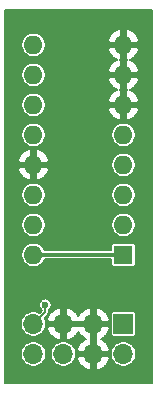
<source format=gbr>
G04 #@! TF.GenerationSoftware,KiCad,Pcbnew,(5.1.5-0-10_14)*
G04 #@! TF.CreationDate,2020-05-05T19:22:01-07:00*
G04 #@! TF.ProjectId,N64 CIC Breakout,4e363420-4349-4432-9042-7265616b6f75,rev?*
G04 #@! TF.SameCoordinates,Original*
G04 #@! TF.FileFunction,Copper,L2,Bot*
G04 #@! TF.FilePolarity,Positive*
%FSLAX46Y46*%
G04 Gerber Fmt 4.6, Leading zero omitted, Abs format (unit mm)*
G04 Created by KiCad (PCBNEW (5.1.5-0-10_14)) date 2020-05-05 19:22:01*
%MOMM*%
%LPD*%
G04 APERTURE LIST*
%ADD10O,1.700000X1.700000*%
%ADD11R,1.700000X1.700000*%
%ADD12O,1.600000X1.600000*%
%ADD13R,1.600000X1.600000*%
%ADD14C,0.600000*%
%ADD15C,0.304800*%
%ADD16C,0.152400*%
G04 APERTURE END LIST*
D10*
X144780000Y-124460000D03*
X144780000Y-121920000D03*
X147320000Y-124460000D03*
X147320000Y-121920000D03*
X149860000Y-124460000D03*
X149860000Y-121920000D03*
X152400000Y-124460000D03*
D11*
X152400000Y-121920000D03*
D12*
X144780000Y-116078000D03*
X152400000Y-98298000D03*
X144780000Y-113538000D03*
X152400000Y-100838000D03*
X144780000Y-110998000D03*
X152400000Y-103378000D03*
X144780000Y-108458000D03*
X152400000Y-105918000D03*
X144780000Y-105918000D03*
X152400000Y-108458000D03*
X144780000Y-103378000D03*
X152400000Y-110998000D03*
X144780000Y-100838000D03*
X152400000Y-113538000D03*
X144780000Y-98298000D03*
D13*
X152400000Y-116078000D03*
D14*
X145796000Y-120294400D03*
X149352000Y-119380000D03*
X149352000Y-118364000D03*
X147828000Y-119380000D03*
X147828000Y-118364000D03*
X153924000Y-98298000D03*
X153924000Y-100838000D03*
X153924000Y-103378000D03*
X143256000Y-108458000D03*
D15*
X144780000Y-116078000D02*
X152400000Y-116078000D01*
D16*
X145796000Y-120904000D02*
X145796000Y-120599200D01*
X145796000Y-120904000D02*
X144780000Y-121920000D01*
X145796000Y-120294400D02*
X145796000Y-120904000D01*
G36*
X154838801Y-126898800D02*
G01*
X142341200Y-126898800D01*
X142341200Y-124353767D01*
X143701400Y-124353767D01*
X143701400Y-124566233D01*
X143742850Y-124774616D01*
X143824157Y-124970909D01*
X143942197Y-125147567D01*
X144092433Y-125297803D01*
X144269091Y-125415843D01*
X144465384Y-125497150D01*
X144673767Y-125538600D01*
X144886233Y-125538600D01*
X145094616Y-125497150D01*
X145290909Y-125415843D01*
X145467567Y-125297803D01*
X145617803Y-125147567D01*
X145735843Y-124970909D01*
X145817150Y-124774616D01*
X145858600Y-124566233D01*
X145858600Y-124353767D01*
X146241400Y-124353767D01*
X146241400Y-124566233D01*
X146282850Y-124774616D01*
X146364157Y-124970909D01*
X146482197Y-125147567D01*
X146632433Y-125297803D01*
X146809091Y-125415843D01*
X147005384Y-125497150D01*
X147213767Y-125538600D01*
X147426233Y-125538600D01*
X147634616Y-125497150D01*
X147830909Y-125415843D01*
X148007567Y-125297803D01*
X148157803Y-125147567D01*
X148275843Y-124970909D01*
X148322511Y-124858240D01*
X148482192Y-124858240D01*
X148586359Y-125119385D01*
X148739471Y-125355190D01*
X148935645Y-125556594D01*
X149167341Y-125715856D01*
X149425656Y-125826856D01*
X149461761Y-125837801D01*
X149682200Y-125735820D01*
X149682200Y-124637800D01*
X150037800Y-124637800D01*
X150037800Y-125735820D01*
X150258239Y-125837801D01*
X150294344Y-125826856D01*
X150552659Y-125715856D01*
X150784355Y-125556594D01*
X150980529Y-125355190D01*
X151133641Y-125119385D01*
X151237808Y-124858240D01*
X151137093Y-124637800D01*
X150037800Y-124637800D01*
X149682200Y-124637800D01*
X148582907Y-124637800D01*
X148482192Y-124858240D01*
X148322511Y-124858240D01*
X148357150Y-124774616D01*
X148398600Y-124566233D01*
X148398600Y-124353767D01*
X151321400Y-124353767D01*
X151321400Y-124566233D01*
X151362850Y-124774616D01*
X151444157Y-124970909D01*
X151562197Y-125147567D01*
X151712433Y-125297803D01*
X151889091Y-125415843D01*
X152085384Y-125497150D01*
X152293767Y-125538600D01*
X152506233Y-125538600D01*
X152714616Y-125497150D01*
X152910909Y-125415843D01*
X153087567Y-125297803D01*
X153237803Y-125147567D01*
X153355843Y-124970909D01*
X153437150Y-124774616D01*
X153478600Y-124566233D01*
X153478600Y-124353767D01*
X153437150Y-124145384D01*
X153355843Y-123949091D01*
X153237803Y-123772433D01*
X153087567Y-123622197D01*
X152910909Y-123504157D01*
X152714616Y-123422850D01*
X152506233Y-123381400D01*
X152293767Y-123381400D01*
X152085384Y-123422850D01*
X151889091Y-123504157D01*
X151712433Y-123622197D01*
X151562197Y-123772433D01*
X151444157Y-123949091D01*
X151362850Y-124145384D01*
X151321400Y-124353767D01*
X148398600Y-124353767D01*
X148357150Y-124145384D01*
X148275843Y-123949091D01*
X148157803Y-123772433D01*
X148007567Y-123622197D01*
X147830909Y-123504157D01*
X147634616Y-123422850D01*
X147426233Y-123381400D01*
X147213767Y-123381400D01*
X147005384Y-123422850D01*
X146809091Y-123504157D01*
X146632433Y-123622197D01*
X146482197Y-123772433D01*
X146364157Y-123949091D01*
X146282850Y-124145384D01*
X146241400Y-124353767D01*
X145858600Y-124353767D01*
X145817150Y-124145384D01*
X145735843Y-123949091D01*
X145617803Y-123772433D01*
X145467567Y-123622197D01*
X145290909Y-123504157D01*
X145094616Y-123422850D01*
X144886233Y-123381400D01*
X144673767Y-123381400D01*
X144465384Y-123422850D01*
X144269091Y-123504157D01*
X144092433Y-123622197D01*
X143942197Y-123772433D01*
X143824157Y-123949091D01*
X143742850Y-124145384D01*
X143701400Y-124353767D01*
X142341200Y-124353767D01*
X142341200Y-121813767D01*
X143701400Y-121813767D01*
X143701400Y-122026233D01*
X143742850Y-122234616D01*
X143824157Y-122430909D01*
X143942197Y-122607567D01*
X144092433Y-122757803D01*
X144269091Y-122875843D01*
X144465384Y-122957150D01*
X144673767Y-122998600D01*
X144886233Y-122998600D01*
X145094616Y-122957150D01*
X145290909Y-122875843D01*
X145467567Y-122757803D01*
X145617803Y-122607567D01*
X145735843Y-122430909D01*
X145782511Y-122318240D01*
X145942192Y-122318240D01*
X146046359Y-122579385D01*
X146199471Y-122815190D01*
X146395645Y-123016594D01*
X146627341Y-123175856D01*
X146885656Y-123286856D01*
X146921761Y-123297801D01*
X147142200Y-123195820D01*
X147142200Y-122097800D01*
X147497800Y-122097800D01*
X147497800Y-123195820D01*
X147718239Y-123297801D01*
X147754344Y-123286856D01*
X148012659Y-123175856D01*
X148244355Y-123016594D01*
X148440529Y-122815190D01*
X148590000Y-122584992D01*
X148739471Y-122815190D01*
X148935645Y-123016594D01*
X149167341Y-123175856D01*
X149200256Y-123190000D01*
X149167341Y-123204144D01*
X148935645Y-123363406D01*
X148739471Y-123564810D01*
X148586359Y-123800615D01*
X148482192Y-124061760D01*
X148582907Y-124282200D01*
X149682200Y-124282200D01*
X149682200Y-122097800D01*
X150037800Y-122097800D01*
X150037800Y-124282200D01*
X151137093Y-124282200D01*
X151237808Y-124061760D01*
X151133641Y-123800615D01*
X150980529Y-123564810D01*
X150784355Y-123363406D01*
X150552659Y-123204144D01*
X150519744Y-123190000D01*
X150552659Y-123175856D01*
X150784355Y-123016594D01*
X150980529Y-122815190D01*
X151133641Y-122579385D01*
X151237808Y-122318240D01*
X151137093Y-122097800D01*
X150037800Y-122097800D01*
X149682200Y-122097800D01*
X147497800Y-122097800D01*
X147142200Y-122097800D01*
X146042907Y-122097800D01*
X145942192Y-122318240D01*
X145782511Y-122318240D01*
X145817150Y-122234616D01*
X145858600Y-122026233D01*
X145858600Y-121813767D01*
X145817150Y-121605384D01*
X145782512Y-121521760D01*
X145942192Y-121521760D01*
X146042907Y-121742200D01*
X147142200Y-121742200D01*
X147142200Y-120644180D01*
X147497800Y-120644180D01*
X147497800Y-121742200D01*
X149682200Y-121742200D01*
X149682200Y-120644180D01*
X150037800Y-120644180D01*
X150037800Y-121742200D01*
X151137093Y-121742200D01*
X151237808Y-121521760D01*
X151133641Y-121260615D01*
X151009872Y-121070000D01*
X151320294Y-121070000D01*
X151320294Y-122770000D01*
X151324708Y-122814813D01*
X151337779Y-122857905D01*
X151359006Y-122897618D01*
X151387573Y-122932427D01*
X151422382Y-122960994D01*
X151462095Y-122982221D01*
X151505187Y-122995292D01*
X151550000Y-122999706D01*
X153250000Y-122999706D01*
X153294813Y-122995292D01*
X153337905Y-122982221D01*
X153377618Y-122960994D01*
X153412427Y-122932427D01*
X153440994Y-122897618D01*
X153462221Y-122857905D01*
X153475292Y-122814813D01*
X153479706Y-122770000D01*
X153479706Y-121070000D01*
X153475292Y-121025187D01*
X153462221Y-120982095D01*
X153440994Y-120942382D01*
X153412427Y-120907573D01*
X153377618Y-120879006D01*
X153337905Y-120857779D01*
X153294813Y-120844708D01*
X153250000Y-120840294D01*
X151550000Y-120840294D01*
X151505187Y-120844708D01*
X151462095Y-120857779D01*
X151422382Y-120879006D01*
X151387573Y-120907573D01*
X151359006Y-120942382D01*
X151337779Y-120982095D01*
X151324708Y-121025187D01*
X151320294Y-121070000D01*
X151009872Y-121070000D01*
X150980529Y-121024810D01*
X150784355Y-120823406D01*
X150552659Y-120664144D01*
X150294344Y-120553144D01*
X150258239Y-120542199D01*
X150037800Y-120644180D01*
X149682200Y-120644180D01*
X149461761Y-120542199D01*
X149425656Y-120553144D01*
X149167341Y-120664144D01*
X148935645Y-120823406D01*
X148739471Y-121024810D01*
X148590000Y-121255008D01*
X148440529Y-121024810D01*
X148244355Y-120823406D01*
X148012659Y-120664144D01*
X147754344Y-120553144D01*
X147718239Y-120542199D01*
X147497800Y-120644180D01*
X147142200Y-120644180D01*
X146921761Y-120542199D01*
X146885656Y-120553144D01*
X146627341Y-120664144D01*
X146395645Y-120823406D01*
X146199471Y-121024810D01*
X146046359Y-121260615D01*
X145942192Y-121521760D01*
X145782512Y-121521760D01*
X145735843Y-121409091D01*
X145730283Y-121400769D01*
X146000944Y-121130108D01*
X146012568Y-121120568D01*
X146050658Y-121074157D01*
X146078960Y-121021206D01*
X146078960Y-121021205D01*
X146096389Y-120963752D01*
X146096897Y-120958597D01*
X146100800Y-120918966D01*
X146100800Y-120918958D01*
X146102273Y-120904000D01*
X146100800Y-120889042D01*
X146100800Y-120726482D01*
X146132963Y-120704991D01*
X146206591Y-120631363D01*
X146264440Y-120544786D01*
X146304287Y-120448587D01*
X146324600Y-120346463D01*
X146324600Y-120242337D01*
X146304287Y-120140213D01*
X146264440Y-120044014D01*
X146206591Y-119957437D01*
X146132963Y-119883809D01*
X146046386Y-119825960D01*
X145950187Y-119786113D01*
X145848063Y-119765800D01*
X145743937Y-119765800D01*
X145641813Y-119786113D01*
X145545614Y-119825960D01*
X145459037Y-119883809D01*
X145385409Y-119957437D01*
X145327560Y-120044014D01*
X145287713Y-120140213D01*
X145267400Y-120242337D01*
X145267400Y-120346463D01*
X145287713Y-120448587D01*
X145327560Y-120544786D01*
X145385409Y-120631363D01*
X145459037Y-120704991D01*
X145491200Y-120726482D01*
X145491200Y-120777748D01*
X145299231Y-120969717D01*
X145290909Y-120964157D01*
X145094616Y-120882850D01*
X144886233Y-120841400D01*
X144673767Y-120841400D01*
X144465384Y-120882850D01*
X144269091Y-120964157D01*
X144092433Y-121082197D01*
X143942197Y-121232433D01*
X143824157Y-121409091D01*
X143742850Y-121605384D01*
X143701400Y-121813767D01*
X142341200Y-121813767D01*
X142341200Y-115976692D01*
X143751400Y-115976692D01*
X143751400Y-116179308D01*
X143790928Y-116378032D01*
X143868466Y-116565225D01*
X143981034Y-116733694D01*
X144124306Y-116876966D01*
X144292775Y-116989534D01*
X144479968Y-117067072D01*
X144678692Y-117106600D01*
X144881308Y-117106600D01*
X145080032Y-117067072D01*
X145267225Y-116989534D01*
X145435694Y-116876966D01*
X145578966Y-116733694D01*
X145691534Y-116565225D01*
X145735534Y-116459000D01*
X151370294Y-116459000D01*
X151370294Y-116878000D01*
X151374708Y-116922813D01*
X151387779Y-116965905D01*
X151409006Y-117005618D01*
X151437573Y-117040427D01*
X151472382Y-117068994D01*
X151512095Y-117090221D01*
X151555187Y-117103292D01*
X151600000Y-117107706D01*
X153200000Y-117107706D01*
X153244813Y-117103292D01*
X153287905Y-117090221D01*
X153327618Y-117068994D01*
X153362427Y-117040427D01*
X153390994Y-117005618D01*
X153412221Y-116965905D01*
X153425292Y-116922813D01*
X153429706Y-116878000D01*
X153429706Y-115278000D01*
X153425292Y-115233187D01*
X153412221Y-115190095D01*
X153390994Y-115150382D01*
X153362427Y-115115573D01*
X153327618Y-115087006D01*
X153287905Y-115065779D01*
X153244813Y-115052708D01*
X153200000Y-115048294D01*
X151600000Y-115048294D01*
X151555187Y-115052708D01*
X151512095Y-115065779D01*
X151472382Y-115087006D01*
X151437573Y-115115573D01*
X151409006Y-115150382D01*
X151387779Y-115190095D01*
X151374708Y-115233187D01*
X151370294Y-115278000D01*
X151370294Y-115697000D01*
X145735534Y-115697000D01*
X145691534Y-115590775D01*
X145578966Y-115422306D01*
X145435694Y-115279034D01*
X145267225Y-115166466D01*
X145080032Y-115088928D01*
X144881308Y-115049400D01*
X144678692Y-115049400D01*
X144479968Y-115088928D01*
X144292775Y-115166466D01*
X144124306Y-115279034D01*
X143981034Y-115422306D01*
X143868466Y-115590775D01*
X143790928Y-115777968D01*
X143751400Y-115976692D01*
X142341200Y-115976692D01*
X142341200Y-113436692D01*
X143751400Y-113436692D01*
X143751400Y-113639308D01*
X143790928Y-113838032D01*
X143868466Y-114025225D01*
X143981034Y-114193694D01*
X144124306Y-114336966D01*
X144292775Y-114449534D01*
X144479968Y-114527072D01*
X144678692Y-114566600D01*
X144881308Y-114566600D01*
X145080032Y-114527072D01*
X145267225Y-114449534D01*
X145435694Y-114336966D01*
X145578966Y-114193694D01*
X145691534Y-114025225D01*
X145769072Y-113838032D01*
X145808600Y-113639308D01*
X145808600Y-113436692D01*
X151371400Y-113436692D01*
X151371400Y-113639308D01*
X151410928Y-113838032D01*
X151488466Y-114025225D01*
X151601034Y-114193694D01*
X151744306Y-114336966D01*
X151912775Y-114449534D01*
X152099968Y-114527072D01*
X152298692Y-114566600D01*
X152501308Y-114566600D01*
X152700032Y-114527072D01*
X152887225Y-114449534D01*
X153055694Y-114336966D01*
X153198966Y-114193694D01*
X153311534Y-114025225D01*
X153389072Y-113838032D01*
X153428600Y-113639308D01*
X153428600Y-113436692D01*
X153389072Y-113237968D01*
X153311534Y-113050775D01*
X153198966Y-112882306D01*
X153055694Y-112739034D01*
X152887225Y-112626466D01*
X152700032Y-112548928D01*
X152501308Y-112509400D01*
X152298692Y-112509400D01*
X152099968Y-112548928D01*
X151912775Y-112626466D01*
X151744306Y-112739034D01*
X151601034Y-112882306D01*
X151488466Y-113050775D01*
X151410928Y-113237968D01*
X151371400Y-113436692D01*
X145808600Y-113436692D01*
X145769072Y-113237968D01*
X145691534Y-113050775D01*
X145578966Y-112882306D01*
X145435694Y-112739034D01*
X145267225Y-112626466D01*
X145080032Y-112548928D01*
X144881308Y-112509400D01*
X144678692Y-112509400D01*
X144479968Y-112548928D01*
X144292775Y-112626466D01*
X144124306Y-112739034D01*
X143981034Y-112882306D01*
X143868466Y-113050775D01*
X143790928Y-113237968D01*
X143751400Y-113436692D01*
X142341200Y-113436692D01*
X142341200Y-110896692D01*
X143751400Y-110896692D01*
X143751400Y-111099308D01*
X143790928Y-111298032D01*
X143868466Y-111485225D01*
X143981034Y-111653694D01*
X144124306Y-111796966D01*
X144292775Y-111909534D01*
X144479968Y-111987072D01*
X144678692Y-112026600D01*
X144881308Y-112026600D01*
X145080032Y-111987072D01*
X145267225Y-111909534D01*
X145435694Y-111796966D01*
X145578966Y-111653694D01*
X145691534Y-111485225D01*
X145769072Y-111298032D01*
X145808600Y-111099308D01*
X145808600Y-110896692D01*
X151371400Y-110896692D01*
X151371400Y-111099308D01*
X151410928Y-111298032D01*
X151488466Y-111485225D01*
X151601034Y-111653694D01*
X151744306Y-111796966D01*
X151912775Y-111909534D01*
X152099968Y-111987072D01*
X152298692Y-112026600D01*
X152501308Y-112026600D01*
X152700032Y-111987072D01*
X152887225Y-111909534D01*
X153055694Y-111796966D01*
X153198966Y-111653694D01*
X153311534Y-111485225D01*
X153389072Y-111298032D01*
X153428600Y-111099308D01*
X153428600Y-110896692D01*
X153389072Y-110697968D01*
X153311534Y-110510775D01*
X153198966Y-110342306D01*
X153055694Y-110199034D01*
X152887225Y-110086466D01*
X152700032Y-110008928D01*
X152501308Y-109969400D01*
X152298692Y-109969400D01*
X152099968Y-110008928D01*
X151912775Y-110086466D01*
X151744306Y-110199034D01*
X151601034Y-110342306D01*
X151488466Y-110510775D01*
X151410928Y-110697968D01*
X151371400Y-110896692D01*
X145808600Y-110896692D01*
X145769072Y-110697968D01*
X145691534Y-110510775D01*
X145578966Y-110342306D01*
X145435694Y-110199034D01*
X145267225Y-110086466D01*
X145080032Y-110008928D01*
X144881308Y-109969400D01*
X144678692Y-109969400D01*
X144479968Y-110008928D01*
X144292775Y-110086466D01*
X144124306Y-110199034D01*
X143981034Y-110342306D01*
X143868466Y-110510775D01*
X143790928Y-110697968D01*
X143751400Y-110896692D01*
X142341200Y-110896692D01*
X142341200Y-108848354D01*
X143451982Y-108848354D01*
X143458917Y-108871244D01*
X143564921Y-109121034D01*
X143717620Y-109345344D01*
X143911146Y-109535554D01*
X144138061Y-109684354D01*
X144389645Y-109786026D01*
X144602200Y-109684691D01*
X144602200Y-108635800D01*
X144957800Y-108635800D01*
X144957800Y-109684691D01*
X145170355Y-109786026D01*
X145421939Y-109684354D01*
X145648854Y-109535554D01*
X145842380Y-109345344D01*
X145995079Y-109121034D01*
X146101083Y-108871244D01*
X146108018Y-108848354D01*
X146005317Y-108635800D01*
X144957800Y-108635800D01*
X144602200Y-108635800D01*
X143554683Y-108635800D01*
X143451982Y-108848354D01*
X142341200Y-108848354D01*
X142341200Y-108356692D01*
X151371400Y-108356692D01*
X151371400Y-108559308D01*
X151410928Y-108758032D01*
X151488466Y-108945225D01*
X151601034Y-109113694D01*
X151744306Y-109256966D01*
X151912775Y-109369534D01*
X152099968Y-109447072D01*
X152298692Y-109486600D01*
X152501308Y-109486600D01*
X152700032Y-109447072D01*
X152887225Y-109369534D01*
X153055694Y-109256966D01*
X153198966Y-109113694D01*
X153311534Y-108945225D01*
X153389072Y-108758032D01*
X153428600Y-108559308D01*
X153428600Y-108356692D01*
X153389072Y-108157968D01*
X153311534Y-107970775D01*
X153198966Y-107802306D01*
X153055694Y-107659034D01*
X152887225Y-107546466D01*
X152700032Y-107468928D01*
X152501308Y-107429400D01*
X152298692Y-107429400D01*
X152099968Y-107468928D01*
X151912775Y-107546466D01*
X151744306Y-107659034D01*
X151601034Y-107802306D01*
X151488466Y-107970775D01*
X151410928Y-108157968D01*
X151371400Y-108356692D01*
X142341200Y-108356692D01*
X142341200Y-108067646D01*
X143451982Y-108067646D01*
X143554683Y-108280200D01*
X144602200Y-108280200D01*
X144602200Y-107231309D01*
X144957800Y-107231309D01*
X144957800Y-108280200D01*
X146005317Y-108280200D01*
X146108018Y-108067646D01*
X146101083Y-108044756D01*
X145995079Y-107794966D01*
X145842380Y-107570656D01*
X145648854Y-107380446D01*
X145421939Y-107231646D01*
X145170355Y-107129974D01*
X144957800Y-107231309D01*
X144602200Y-107231309D01*
X144389645Y-107129974D01*
X144138061Y-107231646D01*
X143911146Y-107380446D01*
X143717620Y-107570656D01*
X143564921Y-107794966D01*
X143458917Y-108044756D01*
X143451982Y-108067646D01*
X142341200Y-108067646D01*
X142341200Y-105816692D01*
X143751400Y-105816692D01*
X143751400Y-106019308D01*
X143790928Y-106218032D01*
X143868466Y-106405225D01*
X143981034Y-106573694D01*
X144124306Y-106716966D01*
X144292775Y-106829534D01*
X144479968Y-106907072D01*
X144678692Y-106946600D01*
X144881308Y-106946600D01*
X145080032Y-106907072D01*
X145267225Y-106829534D01*
X145435694Y-106716966D01*
X145578966Y-106573694D01*
X145691534Y-106405225D01*
X145769072Y-106218032D01*
X145808600Y-106019308D01*
X145808600Y-105816692D01*
X151371400Y-105816692D01*
X151371400Y-106019308D01*
X151410928Y-106218032D01*
X151488466Y-106405225D01*
X151601034Y-106573694D01*
X151744306Y-106716966D01*
X151912775Y-106829534D01*
X152099968Y-106907072D01*
X152298692Y-106946600D01*
X152501308Y-106946600D01*
X152700032Y-106907072D01*
X152887225Y-106829534D01*
X153055694Y-106716966D01*
X153198966Y-106573694D01*
X153311534Y-106405225D01*
X153389072Y-106218032D01*
X153428600Y-106019308D01*
X153428600Y-105816692D01*
X153389072Y-105617968D01*
X153311534Y-105430775D01*
X153198966Y-105262306D01*
X153055694Y-105119034D01*
X152887225Y-105006466D01*
X152700032Y-104928928D01*
X152501308Y-104889400D01*
X152298692Y-104889400D01*
X152099968Y-104928928D01*
X151912775Y-105006466D01*
X151744306Y-105119034D01*
X151601034Y-105262306D01*
X151488466Y-105430775D01*
X151410928Y-105617968D01*
X151371400Y-105816692D01*
X145808600Y-105816692D01*
X145769072Y-105617968D01*
X145691534Y-105430775D01*
X145578966Y-105262306D01*
X145435694Y-105119034D01*
X145267225Y-105006466D01*
X145080032Y-104928928D01*
X144881308Y-104889400D01*
X144678692Y-104889400D01*
X144479968Y-104928928D01*
X144292775Y-105006466D01*
X144124306Y-105119034D01*
X143981034Y-105262306D01*
X143868466Y-105430775D01*
X143790928Y-105617968D01*
X143751400Y-105816692D01*
X142341200Y-105816692D01*
X142341200Y-103276692D01*
X143751400Y-103276692D01*
X143751400Y-103479308D01*
X143790928Y-103678032D01*
X143868466Y-103865225D01*
X143981034Y-104033694D01*
X144124306Y-104176966D01*
X144292775Y-104289534D01*
X144479968Y-104367072D01*
X144678692Y-104406600D01*
X144881308Y-104406600D01*
X145080032Y-104367072D01*
X145267225Y-104289534D01*
X145435694Y-104176966D01*
X145578966Y-104033694D01*
X145691534Y-103865225D01*
X145731659Y-103768354D01*
X151071982Y-103768354D01*
X151078917Y-103791244D01*
X151184921Y-104041034D01*
X151337620Y-104265344D01*
X151531146Y-104455554D01*
X151758061Y-104604354D01*
X152009645Y-104706026D01*
X152222200Y-104604691D01*
X152222200Y-103555800D01*
X152577800Y-103555800D01*
X152577800Y-104604691D01*
X152790355Y-104706026D01*
X153041939Y-104604354D01*
X153268854Y-104455554D01*
X153462380Y-104265344D01*
X153615079Y-104041034D01*
X153721083Y-103791244D01*
X153728018Y-103768354D01*
X153625317Y-103555800D01*
X152577800Y-103555800D01*
X152222200Y-103555800D01*
X151174683Y-103555800D01*
X151071982Y-103768354D01*
X145731659Y-103768354D01*
X145769072Y-103678032D01*
X145808600Y-103479308D01*
X145808600Y-103276692D01*
X145769072Y-103077968D01*
X145691534Y-102890775D01*
X145578966Y-102722306D01*
X145435694Y-102579034D01*
X145267225Y-102466466D01*
X145080032Y-102388928D01*
X144881308Y-102349400D01*
X144678692Y-102349400D01*
X144479968Y-102388928D01*
X144292775Y-102466466D01*
X144124306Y-102579034D01*
X143981034Y-102722306D01*
X143868466Y-102890775D01*
X143790928Y-103077968D01*
X143751400Y-103276692D01*
X142341200Y-103276692D01*
X142341200Y-100736692D01*
X143751400Y-100736692D01*
X143751400Y-100939308D01*
X143790928Y-101138032D01*
X143868466Y-101325225D01*
X143981034Y-101493694D01*
X144124306Y-101636966D01*
X144292775Y-101749534D01*
X144479968Y-101827072D01*
X144678692Y-101866600D01*
X144881308Y-101866600D01*
X145080032Y-101827072D01*
X145267225Y-101749534D01*
X145435694Y-101636966D01*
X145578966Y-101493694D01*
X145691534Y-101325225D01*
X145731659Y-101228354D01*
X151071982Y-101228354D01*
X151078917Y-101251244D01*
X151184921Y-101501034D01*
X151337620Y-101725344D01*
X151531146Y-101915554D01*
X151758061Y-102064354D01*
X151866062Y-102108000D01*
X151758061Y-102151646D01*
X151531146Y-102300446D01*
X151337620Y-102490656D01*
X151184921Y-102714966D01*
X151078917Y-102964756D01*
X151071982Y-102987646D01*
X151174683Y-103200200D01*
X152222200Y-103200200D01*
X152222200Y-102151309D01*
X152131357Y-102108000D01*
X152222200Y-102064691D01*
X152222200Y-101015800D01*
X152577800Y-101015800D01*
X152577800Y-102064691D01*
X152668643Y-102108000D01*
X152577800Y-102151309D01*
X152577800Y-103200200D01*
X153625317Y-103200200D01*
X153728018Y-102987646D01*
X153721083Y-102964756D01*
X153615079Y-102714966D01*
X153462380Y-102490656D01*
X153268854Y-102300446D01*
X153041939Y-102151646D01*
X152933938Y-102108000D01*
X153041939Y-102064354D01*
X153268854Y-101915554D01*
X153462380Y-101725344D01*
X153615079Y-101501034D01*
X153721083Y-101251244D01*
X153728018Y-101228354D01*
X153625317Y-101015800D01*
X152577800Y-101015800D01*
X152222200Y-101015800D01*
X151174683Y-101015800D01*
X151071982Y-101228354D01*
X145731659Y-101228354D01*
X145769072Y-101138032D01*
X145808600Y-100939308D01*
X145808600Y-100736692D01*
X145769072Y-100537968D01*
X145691534Y-100350775D01*
X145578966Y-100182306D01*
X145435694Y-100039034D01*
X145267225Y-99926466D01*
X145080032Y-99848928D01*
X144881308Y-99809400D01*
X144678692Y-99809400D01*
X144479968Y-99848928D01*
X144292775Y-99926466D01*
X144124306Y-100039034D01*
X143981034Y-100182306D01*
X143868466Y-100350775D01*
X143790928Y-100537968D01*
X143751400Y-100736692D01*
X142341200Y-100736692D01*
X142341200Y-98196692D01*
X143751400Y-98196692D01*
X143751400Y-98399308D01*
X143790928Y-98598032D01*
X143868466Y-98785225D01*
X143981034Y-98953694D01*
X144124306Y-99096966D01*
X144292775Y-99209534D01*
X144479968Y-99287072D01*
X144678692Y-99326600D01*
X144881308Y-99326600D01*
X145080032Y-99287072D01*
X145267225Y-99209534D01*
X145435694Y-99096966D01*
X145578966Y-98953694D01*
X145691534Y-98785225D01*
X145731659Y-98688354D01*
X151071982Y-98688354D01*
X151078917Y-98711244D01*
X151184921Y-98961034D01*
X151337620Y-99185344D01*
X151531146Y-99375554D01*
X151758061Y-99524354D01*
X151866062Y-99568000D01*
X151758061Y-99611646D01*
X151531146Y-99760446D01*
X151337620Y-99950656D01*
X151184921Y-100174966D01*
X151078917Y-100424756D01*
X151071982Y-100447646D01*
X151174683Y-100660200D01*
X152222200Y-100660200D01*
X152222200Y-99611309D01*
X152131357Y-99568000D01*
X152222200Y-99524691D01*
X152222200Y-98475800D01*
X152577800Y-98475800D01*
X152577800Y-99524691D01*
X152668643Y-99568000D01*
X152577800Y-99611309D01*
X152577800Y-100660200D01*
X153625317Y-100660200D01*
X153728018Y-100447646D01*
X153721083Y-100424756D01*
X153615079Y-100174966D01*
X153462380Y-99950656D01*
X153268854Y-99760446D01*
X153041939Y-99611646D01*
X152933938Y-99568000D01*
X153041939Y-99524354D01*
X153268854Y-99375554D01*
X153462380Y-99185344D01*
X153615079Y-98961034D01*
X153721083Y-98711244D01*
X153728018Y-98688354D01*
X153625317Y-98475800D01*
X152577800Y-98475800D01*
X152222200Y-98475800D01*
X151174683Y-98475800D01*
X151071982Y-98688354D01*
X145731659Y-98688354D01*
X145769072Y-98598032D01*
X145808600Y-98399308D01*
X145808600Y-98196692D01*
X145769072Y-97997968D01*
X145731660Y-97907646D01*
X151071982Y-97907646D01*
X151174683Y-98120200D01*
X152222200Y-98120200D01*
X152222200Y-97071309D01*
X152577800Y-97071309D01*
X152577800Y-98120200D01*
X153625317Y-98120200D01*
X153728018Y-97907646D01*
X153721083Y-97884756D01*
X153615079Y-97634966D01*
X153462380Y-97410656D01*
X153268854Y-97220446D01*
X153041939Y-97071646D01*
X152790355Y-96969974D01*
X152577800Y-97071309D01*
X152222200Y-97071309D01*
X152009645Y-96969974D01*
X151758061Y-97071646D01*
X151531146Y-97220446D01*
X151337620Y-97410656D01*
X151184921Y-97634966D01*
X151078917Y-97884756D01*
X151071982Y-97907646D01*
X145731660Y-97907646D01*
X145691534Y-97810775D01*
X145578966Y-97642306D01*
X145435694Y-97499034D01*
X145267225Y-97386466D01*
X145080032Y-97308928D01*
X144881308Y-97269400D01*
X144678692Y-97269400D01*
X144479968Y-97308928D01*
X144292775Y-97386466D01*
X144124306Y-97499034D01*
X143981034Y-97642306D01*
X143868466Y-97810775D01*
X143790928Y-97997968D01*
X143751400Y-98196692D01*
X142341200Y-98196692D01*
X142341200Y-95351200D01*
X154838800Y-95351200D01*
X154838801Y-126898800D01*
G37*
X154838801Y-126898800D02*
X142341200Y-126898800D01*
X142341200Y-124353767D01*
X143701400Y-124353767D01*
X143701400Y-124566233D01*
X143742850Y-124774616D01*
X143824157Y-124970909D01*
X143942197Y-125147567D01*
X144092433Y-125297803D01*
X144269091Y-125415843D01*
X144465384Y-125497150D01*
X144673767Y-125538600D01*
X144886233Y-125538600D01*
X145094616Y-125497150D01*
X145290909Y-125415843D01*
X145467567Y-125297803D01*
X145617803Y-125147567D01*
X145735843Y-124970909D01*
X145817150Y-124774616D01*
X145858600Y-124566233D01*
X145858600Y-124353767D01*
X146241400Y-124353767D01*
X146241400Y-124566233D01*
X146282850Y-124774616D01*
X146364157Y-124970909D01*
X146482197Y-125147567D01*
X146632433Y-125297803D01*
X146809091Y-125415843D01*
X147005384Y-125497150D01*
X147213767Y-125538600D01*
X147426233Y-125538600D01*
X147634616Y-125497150D01*
X147830909Y-125415843D01*
X148007567Y-125297803D01*
X148157803Y-125147567D01*
X148275843Y-124970909D01*
X148322511Y-124858240D01*
X148482192Y-124858240D01*
X148586359Y-125119385D01*
X148739471Y-125355190D01*
X148935645Y-125556594D01*
X149167341Y-125715856D01*
X149425656Y-125826856D01*
X149461761Y-125837801D01*
X149682200Y-125735820D01*
X149682200Y-124637800D01*
X150037800Y-124637800D01*
X150037800Y-125735820D01*
X150258239Y-125837801D01*
X150294344Y-125826856D01*
X150552659Y-125715856D01*
X150784355Y-125556594D01*
X150980529Y-125355190D01*
X151133641Y-125119385D01*
X151237808Y-124858240D01*
X151137093Y-124637800D01*
X150037800Y-124637800D01*
X149682200Y-124637800D01*
X148582907Y-124637800D01*
X148482192Y-124858240D01*
X148322511Y-124858240D01*
X148357150Y-124774616D01*
X148398600Y-124566233D01*
X148398600Y-124353767D01*
X151321400Y-124353767D01*
X151321400Y-124566233D01*
X151362850Y-124774616D01*
X151444157Y-124970909D01*
X151562197Y-125147567D01*
X151712433Y-125297803D01*
X151889091Y-125415843D01*
X152085384Y-125497150D01*
X152293767Y-125538600D01*
X152506233Y-125538600D01*
X152714616Y-125497150D01*
X152910909Y-125415843D01*
X153087567Y-125297803D01*
X153237803Y-125147567D01*
X153355843Y-124970909D01*
X153437150Y-124774616D01*
X153478600Y-124566233D01*
X153478600Y-124353767D01*
X153437150Y-124145384D01*
X153355843Y-123949091D01*
X153237803Y-123772433D01*
X153087567Y-123622197D01*
X152910909Y-123504157D01*
X152714616Y-123422850D01*
X152506233Y-123381400D01*
X152293767Y-123381400D01*
X152085384Y-123422850D01*
X151889091Y-123504157D01*
X151712433Y-123622197D01*
X151562197Y-123772433D01*
X151444157Y-123949091D01*
X151362850Y-124145384D01*
X151321400Y-124353767D01*
X148398600Y-124353767D01*
X148357150Y-124145384D01*
X148275843Y-123949091D01*
X148157803Y-123772433D01*
X148007567Y-123622197D01*
X147830909Y-123504157D01*
X147634616Y-123422850D01*
X147426233Y-123381400D01*
X147213767Y-123381400D01*
X147005384Y-123422850D01*
X146809091Y-123504157D01*
X146632433Y-123622197D01*
X146482197Y-123772433D01*
X146364157Y-123949091D01*
X146282850Y-124145384D01*
X146241400Y-124353767D01*
X145858600Y-124353767D01*
X145817150Y-124145384D01*
X145735843Y-123949091D01*
X145617803Y-123772433D01*
X145467567Y-123622197D01*
X145290909Y-123504157D01*
X145094616Y-123422850D01*
X144886233Y-123381400D01*
X144673767Y-123381400D01*
X144465384Y-123422850D01*
X144269091Y-123504157D01*
X144092433Y-123622197D01*
X143942197Y-123772433D01*
X143824157Y-123949091D01*
X143742850Y-124145384D01*
X143701400Y-124353767D01*
X142341200Y-124353767D01*
X142341200Y-121813767D01*
X143701400Y-121813767D01*
X143701400Y-122026233D01*
X143742850Y-122234616D01*
X143824157Y-122430909D01*
X143942197Y-122607567D01*
X144092433Y-122757803D01*
X144269091Y-122875843D01*
X144465384Y-122957150D01*
X144673767Y-122998600D01*
X144886233Y-122998600D01*
X145094616Y-122957150D01*
X145290909Y-122875843D01*
X145467567Y-122757803D01*
X145617803Y-122607567D01*
X145735843Y-122430909D01*
X145782511Y-122318240D01*
X145942192Y-122318240D01*
X146046359Y-122579385D01*
X146199471Y-122815190D01*
X146395645Y-123016594D01*
X146627341Y-123175856D01*
X146885656Y-123286856D01*
X146921761Y-123297801D01*
X147142200Y-123195820D01*
X147142200Y-122097800D01*
X147497800Y-122097800D01*
X147497800Y-123195820D01*
X147718239Y-123297801D01*
X147754344Y-123286856D01*
X148012659Y-123175856D01*
X148244355Y-123016594D01*
X148440529Y-122815190D01*
X148590000Y-122584992D01*
X148739471Y-122815190D01*
X148935645Y-123016594D01*
X149167341Y-123175856D01*
X149200256Y-123190000D01*
X149167341Y-123204144D01*
X148935645Y-123363406D01*
X148739471Y-123564810D01*
X148586359Y-123800615D01*
X148482192Y-124061760D01*
X148582907Y-124282200D01*
X149682200Y-124282200D01*
X149682200Y-122097800D01*
X150037800Y-122097800D01*
X150037800Y-124282200D01*
X151137093Y-124282200D01*
X151237808Y-124061760D01*
X151133641Y-123800615D01*
X150980529Y-123564810D01*
X150784355Y-123363406D01*
X150552659Y-123204144D01*
X150519744Y-123190000D01*
X150552659Y-123175856D01*
X150784355Y-123016594D01*
X150980529Y-122815190D01*
X151133641Y-122579385D01*
X151237808Y-122318240D01*
X151137093Y-122097800D01*
X150037800Y-122097800D01*
X149682200Y-122097800D01*
X147497800Y-122097800D01*
X147142200Y-122097800D01*
X146042907Y-122097800D01*
X145942192Y-122318240D01*
X145782511Y-122318240D01*
X145817150Y-122234616D01*
X145858600Y-122026233D01*
X145858600Y-121813767D01*
X145817150Y-121605384D01*
X145782512Y-121521760D01*
X145942192Y-121521760D01*
X146042907Y-121742200D01*
X147142200Y-121742200D01*
X147142200Y-120644180D01*
X147497800Y-120644180D01*
X147497800Y-121742200D01*
X149682200Y-121742200D01*
X149682200Y-120644180D01*
X150037800Y-120644180D01*
X150037800Y-121742200D01*
X151137093Y-121742200D01*
X151237808Y-121521760D01*
X151133641Y-121260615D01*
X151009872Y-121070000D01*
X151320294Y-121070000D01*
X151320294Y-122770000D01*
X151324708Y-122814813D01*
X151337779Y-122857905D01*
X151359006Y-122897618D01*
X151387573Y-122932427D01*
X151422382Y-122960994D01*
X151462095Y-122982221D01*
X151505187Y-122995292D01*
X151550000Y-122999706D01*
X153250000Y-122999706D01*
X153294813Y-122995292D01*
X153337905Y-122982221D01*
X153377618Y-122960994D01*
X153412427Y-122932427D01*
X153440994Y-122897618D01*
X153462221Y-122857905D01*
X153475292Y-122814813D01*
X153479706Y-122770000D01*
X153479706Y-121070000D01*
X153475292Y-121025187D01*
X153462221Y-120982095D01*
X153440994Y-120942382D01*
X153412427Y-120907573D01*
X153377618Y-120879006D01*
X153337905Y-120857779D01*
X153294813Y-120844708D01*
X153250000Y-120840294D01*
X151550000Y-120840294D01*
X151505187Y-120844708D01*
X151462095Y-120857779D01*
X151422382Y-120879006D01*
X151387573Y-120907573D01*
X151359006Y-120942382D01*
X151337779Y-120982095D01*
X151324708Y-121025187D01*
X151320294Y-121070000D01*
X151009872Y-121070000D01*
X150980529Y-121024810D01*
X150784355Y-120823406D01*
X150552659Y-120664144D01*
X150294344Y-120553144D01*
X150258239Y-120542199D01*
X150037800Y-120644180D01*
X149682200Y-120644180D01*
X149461761Y-120542199D01*
X149425656Y-120553144D01*
X149167341Y-120664144D01*
X148935645Y-120823406D01*
X148739471Y-121024810D01*
X148590000Y-121255008D01*
X148440529Y-121024810D01*
X148244355Y-120823406D01*
X148012659Y-120664144D01*
X147754344Y-120553144D01*
X147718239Y-120542199D01*
X147497800Y-120644180D01*
X147142200Y-120644180D01*
X146921761Y-120542199D01*
X146885656Y-120553144D01*
X146627341Y-120664144D01*
X146395645Y-120823406D01*
X146199471Y-121024810D01*
X146046359Y-121260615D01*
X145942192Y-121521760D01*
X145782512Y-121521760D01*
X145735843Y-121409091D01*
X145730283Y-121400769D01*
X146000944Y-121130108D01*
X146012568Y-121120568D01*
X146050658Y-121074157D01*
X146078960Y-121021206D01*
X146078960Y-121021205D01*
X146096389Y-120963752D01*
X146096897Y-120958597D01*
X146100800Y-120918966D01*
X146100800Y-120918958D01*
X146102273Y-120904000D01*
X146100800Y-120889042D01*
X146100800Y-120726482D01*
X146132963Y-120704991D01*
X146206591Y-120631363D01*
X146264440Y-120544786D01*
X146304287Y-120448587D01*
X146324600Y-120346463D01*
X146324600Y-120242337D01*
X146304287Y-120140213D01*
X146264440Y-120044014D01*
X146206591Y-119957437D01*
X146132963Y-119883809D01*
X146046386Y-119825960D01*
X145950187Y-119786113D01*
X145848063Y-119765800D01*
X145743937Y-119765800D01*
X145641813Y-119786113D01*
X145545614Y-119825960D01*
X145459037Y-119883809D01*
X145385409Y-119957437D01*
X145327560Y-120044014D01*
X145287713Y-120140213D01*
X145267400Y-120242337D01*
X145267400Y-120346463D01*
X145287713Y-120448587D01*
X145327560Y-120544786D01*
X145385409Y-120631363D01*
X145459037Y-120704991D01*
X145491200Y-120726482D01*
X145491200Y-120777748D01*
X145299231Y-120969717D01*
X145290909Y-120964157D01*
X145094616Y-120882850D01*
X144886233Y-120841400D01*
X144673767Y-120841400D01*
X144465384Y-120882850D01*
X144269091Y-120964157D01*
X144092433Y-121082197D01*
X143942197Y-121232433D01*
X143824157Y-121409091D01*
X143742850Y-121605384D01*
X143701400Y-121813767D01*
X142341200Y-121813767D01*
X142341200Y-115976692D01*
X143751400Y-115976692D01*
X143751400Y-116179308D01*
X143790928Y-116378032D01*
X143868466Y-116565225D01*
X143981034Y-116733694D01*
X144124306Y-116876966D01*
X144292775Y-116989534D01*
X144479968Y-117067072D01*
X144678692Y-117106600D01*
X144881308Y-117106600D01*
X145080032Y-117067072D01*
X145267225Y-116989534D01*
X145435694Y-116876966D01*
X145578966Y-116733694D01*
X145691534Y-116565225D01*
X145735534Y-116459000D01*
X151370294Y-116459000D01*
X151370294Y-116878000D01*
X151374708Y-116922813D01*
X151387779Y-116965905D01*
X151409006Y-117005618D01*
X151437573Y-117040427D01*
X151472382Y-117068994D01*
X151512095Y-117090221D01*
X151555187Y-117103292D01*
X151600000Y-117107706D01*
X153200000Y-117107706D01*
X153244813Y-117103292D01*
X153287905Y-117090221D01*
X153327618Y-117068994D01*
X153362427Y-117040427D01*
X153390994Y-117005618D01*
X153412221Y-116965905D01*
X153425292Y-116922813D01*
X153429706Y-116878000D01*
X153429706Y-115278000D01*
X153425292Y-115233187D01*
X153412221Y-115190095D01*
X153390994Y-115150382D01*
X153362427Y-115115573D01*
X153327618Y-115087006D01*
X153287905Y-115065779D01*
X153244813Y-115052708D01*
X153200000Y-115048294D01*
X151600000Y-115048294D01*
X151555187Y-115052708D01*
X151512095Y-115065779D01*
X151472382Y-115087006D01*
X151437573Y-115115573D01*
X151409006Y-115150382D01*
X151387779Y-115190095D01*
X151374708Y-115233187D01*
X151370294Y-115278000D01*
X151370294Y-115697000D01*
X145735534Y-115697000D01*
X145691534Y-115590775D01*
X145578966Y-115422306D01*
X145435694Y-115279034D01*
X145267225Y-115166466D01*
X145080032Y-115088928D01*
X144881308Y-115049400D01*
X144678692Y-115049400D01*
X144479968Y-115088928D01*
X144292775Y-115166466D01*
X144124306Y-115279034D01*
X143981034Y-115422306D01*
X143868466Y-115590775D01*
X143790928Y-115777968D01*
X143751400Y-115976692D01*
X142341200Y-115976692D01*
X142341200Y-113436692D01*
X143751400Y-113436692D01*
X143751400Y-113639308D01*
X143790928Y-113838032D01*
X143868466Y-114025225D01*
X143981034Y-114193694D01*
X144124306Y-114336966D01*
X144292775Y-114449534D01*
X144479968Y-114527072D01*
X144678692Y-114566600D01*
X144881308Y-114566600D01*
X145080032Y-114527072D01*
X145267225Y-114449534D01*
X145435694Y-114336966D01*
X145578966Y-114193694D01*
X145691534Y-114025225D01*
X145769072Y-113838032D01*
X145808600Y-113639308D01*
X145808600Y-113436692D01*
X151371400Y-113436692D01*
X151371400Y-113639308D01*
X151410928Y-113838032D01*
X151488466Y-114025225D01*
X151601034Y-114193694D01*
X151744306Y-114336966D01*
X151912775Y-114449534D01*
X152099968Y-114527072D01*
X152298692Y-114566600D01*
X152501308Y-114566600D01*
X152700032Y-114527072D01*
X152887225Y-114449534D01*
X153055694Y-114336966D01*
X153198966Y-114193694D01*
X153311534Y-114025225D01*
X153389072Y-113838032D01*
X153428600Y-113639308D01*
X153428600Y-113436692D01*
X153389072Y-113237968D01*
X153311534Y-113050775D01*
X153198966Y-112882306D01*
X153055694Y-112739034D01*
X152887225Y-112626466D01*
X152700032Y-112548928D01*
X152501308Y-112509400D01*
X152298692Y-112509400D01*
X152099968Y-112548928D01*
X151912775Y-112626466D01*
X151744306Y-112739034D01*
X151601034Y-112882306D01*
X151488466Y-113050775D01*
X151410928Y-113237968D01*
X151371400Y-113436692D01*
X145808600Y-113436692D01*
X145769072Y-113237968D01*
X145691534Y-113050775D01*
X145578966Y-112882306D01*
X145435694Y-112739034D01*
X145267225Y-112626466D01*
X145080032Y-112548928D01*
X144881308Y-112509400D01*
X144678692Y-112509400D01*
X144479968Y-112548928D01*
X144292775Y-112626466D01*
X144124306Y-112739034D01*
X143981034Y-112882306D01*
X143868466Y-113050775D01*
X143790928Y-113237968D01*
X143751400Y-113436692D01*
X142341200Y-113436692D01*
X142341200Y-110896692D01*
X143751400Y-110896692D01*
X143751400Y-111099308D01*
X143790928Y-111298032D01*
X143868466Y-111485225D01*
X143981034Y-111653694D01*
X144124306Y-111796966D01*
X144292775Y-111909534D01*
X144479968Y-111987072D01*
X144678692Y-112026600D01*
X144881308Y-112026600D01*
X145080032Y-111987072D01*
X145267225Y-111909534D01*
X145435694Y-111796966D01*
X145578966Y-111653694D01*
X145691534Y-111485225D01*
X145769072Y-111298032D01*
X145808600Y-111099308D01*
X145808600Y-110896692D01*
X151371400Y-110896692D01*
X151371400Y-111099308D01*
X151410928Y-111298032D01*
X151488466Y-111485225D01*
X151601034Y-111653694D01*
X151744306Y-111796966D01*
X151912775Y-111909534D01*
X152099968Y-111987072D01*
X152298692Y-112026600D01*
X152501308Y-112026600D01*
X152700032Y-111987072D01*
X152887225Y-111909534D01*
X153055694Y-111796966D01*
X153198966Y-111653694D01*
X153311534Y-111485225D01*
X153389072Y-111298032D01*
X153428600Y-111099308D01*
X153428600Y-110896692D01*
X153389072Y-110697968D01*
X153311534Y-110510775D01*
X153198966Y-110342306D01*
X153055694Y-110199034D01*
X152887225Y-110086466D01*
X152700032Y-110008928D01*
X152501308Y-109969400D01*
X152298692Y-109969400D01*
X152099968Y-110008928D01*
X151912775Y-110086466D01*
X151744306Y-110199034D01*
X151601034Y-110342306D01*
X151488466Y-110510775D01*
X151410928Y-110697968D01*
X151371400Y-110896692D01*
X145808600Y-110896692D01*
X145769072Y-110697968D01*
X145691534Y-110510775D01*
X145578966Y-110342306D01*
X145435694Y-110199034D01*
X145267225Y-110086466D01*
X145080032Y-110008928D01*
X144881308Y-109969400D01*
X144678692Y-109969400D01*
X144479968Y-110008928D01*
X144292775Y-110086466D01*
X144124306Y-110199034D01*
X143981034Y-110342306D01*
X143868466Y-110510775D01*
X143790928Y-110697968D01*
X143751400Y-110896692D01*
X142341200Y-110896692D01*
X142341200Y-108848354D01*
X143451982Y-108848354D01*
X143458917Y-108871244D01*
X143564921Y-109121034D01*
X143717620Y-109345344D01*
X143911146Y-109535554D01*
X144138061Y-109684354D01*
X144389645Y-109786026D01*
X144602200Y-109684691D01*
X144602200Y-108635800D01*
X144957800Y-108635800D01*
X144957800Y-109684691D01*
X145170355Y-109786026D01*
X145421939Y-109684354D01*
X145648854Y-109535554D01*
X145842380Y-109345344D01*
X145995079Y-109121034D01*
X146101083Y-108871244D01*
X146108018Y-108848354D01*
X146005317Y-108635800D01*
X144957800Y-108635800D01*
X144602200Y-108635800D01*
X143554683Y-108635800D01*
X143451982Y-108848354D01*
X142341200Y-108848354D01*
X142341200Y-108356692D01*
X151371400Y-108356692D01*
X151371400Y-108559308D01*
X151410928Y-108758032D01*
X151488466Y-108945225D01*
X151601034Y-109113694D01*
X151744306Y-109256966D01*
X151912775Y-109369534D01*
X152099968Y-109447072D01*
X152298692Y-109486600D01*
X152501308Y-109486600D01*
X152700032Y-109447072D01*
X152887225Y-109369534D01*
X153055694Y-109256966D01*
X153198966Y-109113694D01*
X153311534Y-108945225D01*
X153389072Y-108758032D01*
X153428600Y-108559308D01*
X153428600Y-108356692D01*
X153389072Y-108157968D01*
X153311534Y-107970775D01*
X153198966Y-107802306D01*
X153055694Y-107659034D01*
X152887225Y-107546466D01*
X152700032Y-107468928D01*
X152501308Y-107429400D01*
X152298692Y-107429400D01*
X152099968Y-107468928D01*
X151912775Y-107546466D01*
X151744306Y-107659034D01*
X151601034Y-107802306D01*
X151488466Y-107970775D01*
X151410928Y-108157968D01*
X151371400Y-108356692D01*
X142341200Y-108356692D01*
X142341200Y-108067646D01*
X143451982Y-108067646D01*
X143554683Y-108280200D01*
X144602200Y-108280200D01*
X144602200Y-107231309D01*
X144957800Y-107231309D01*
X144957800Y-108280200D01*
X146005317Y-108280200D01*
X146108018Y-108067646D01*
X146101083Y-108044756D01*
X145995079Y-107794966D01*
X145842380Y-107570656D01*
X145648854Y-107380446D01*
X145421939Y-107231646D01*
X145170355Y-107129974D01*
X144957800Y-107231309D01*
X144602200Y-107231309D01*
X144389645Y-107129974D01*
X144138061Y-107231646D01*
X143911146Y-107380446D01*
X143717620Y-107570656D01*
X143564921Y-107794966D01*
X143458917Y-108044756D01*
X143451982Y-108067646D01*
X142341200Y-108067646D01*
X142341200Y-105816692D01*
X143751400Y-105816692D01*
X143751400Y-106019308D01*
X143790928Y-106218032D01*
X143868466Y-106405225D01*
X143981034Y-106573694D01*
X144124306Y-106716966D01*
X144292775Y-106829534D01*
X144479968Y-106907072D01*
X144678692Y-106946600D01*
X144881308Y-106946600D01*
X145080032Y-106907072D01*
X145267225Y-106829534D01*
X145435694Y-106716966D01*
X145578966Y-106573694D01*
X145691534Y-106405225D01*
X145769072Y-106218032D01*
X145808600Y-106019308D01*
X145808600Y-105816692D01*
X151371400Y-105816692D01*
X151371400Y-106019308D01*
X151410928Y-106218032D01*
X151488466Y-106405225D01*
X151601034Y-106573694D01*
X151744306Y-106716966D01*
X151912775Y-106829534D01*
X152099968Y-106907072D01*
X152298692Y-106946600D01*
X152501308Y-106946600D01*
X152700032Y-106907072D01*
X152887225Y-106829534D01*
X153055694Y-106716966D01*
X153198966Y-106573694D01*
X153311534Y-106405225D01*
X153389072Y-106218032D01*
X153428600Y-106019308D01*
X153428600Y-105816692D01*
X153389072Y-105617968D01*
X153311534Y-105430775D01*
X153198966Y-105262306D01*
X153055694Y-105119034D01*
X152887225Y-105006466D01*
X152700032Y-104928928D01*
X152501308Y-104889400D01*
X152298692Y-104889400D01*
X152099968Y-104928928D01*
X151912775Y-105006466D01*
X151744306Y-105119034D01*
X151601034Y-105262306D01*
X151488466Y-105430775D01*
X151410928Y-105617968D01*
X151371400Y-105816692D01*
X145808600Y-105816692D01*
X145769072Y-105617968D01*
X145691534Y-105430775D01*
X145578966Y-105262306D01*
X145435694Y-105119034D01*
X145267225Y-105006466D01*
X145080032Y-104928928D01*
X144881308Y-104889400D01*
X144678692Y-104889400D01*
X144479968Y-104928928D01*
X144292775Y-105006466D01*
X144124306Y-105119034D01*
X143981034Y-105262306D01*
X143868466Y-105430775D01*
X143790928Y-105617968D01*
X143751400Y-105816692D01*
X142341200Y-105816692D01*
X142341200Y-103276692D01*
X143751400Y-103276692D01*
X143751400Y-103479308D01*
X143790928Y-103678032D01*
X143868466Y-103865225D01*
X143981034Y-104033694D01*
X144124306Y-104176966D01*
X144292775Y-104289534D01*
X144479968Y-104367072D01*
X144678692Y-104406600D01*
X144881308Y-104406600D01*
X145080032Y-104367072D01*
X145267225Y-104289534D01*
X145435694Y-104176966D01*
X145578966Y-104033694D01*
X145691534Y-103865225D01*
X145731659Y-103768354D01*
X151071982Y-103768354D01*
X151078917Y-103791244D01*
X151184921Y-104041034D01*
X151337620Y-104265344D01*
X151531146Y-104455554D01*
X151758061Y-104604354D01*
X152009645Y-104706026D01*
X152222200Y-104604691D01*
X152222200Y-103555800D01*
X152577800Y-103555800D01*
X152577800Y-104604691D01*
X152790355Y-104706026D01*
X153041939Y-104604354D01*
X153268854Y-104455554D01*
X153462380Y-104265344D01*
X153615079Y-104041034D01*
X153721083Y-103791244D01*
X153728018Y-103768354D01*
X153625317Y-103555800D01*
X152577800Y-103555800D01*
X152222200Y-103555800D01*
X151174683Y-103555800D01*
X151071982Y-103768354D01*
X145731659Y-103768354D01*
X145769072Y-103678032D01*
X145808600Y-103479308D01*
X145808600Y-103276692D01*
X145769072Y-103077968D01*
X145691534Y-102890775D01*
X145578966Y-102722306D01*
X145435694Y-102579034D01*
X145267225Y-102466466D01*
X145080032Y-102388928D01*
X144881308Y-102349400D01*
X144678692Y-102349400D01*
X144479968Y-102388928D01*
X144292775Y-102466466D01*
X144124306Y-102579034D01*
X143981034Y-102722306D01*
X143868466Y-102890775D01*
X143790928Y-103077968D01*
X143751400Y-103276692D01*
X142341200Y-103276692D01*
X142341200Y-100736692D01*
X143751400Y-100736692D01*
X143751400Y-100939308D01*
X143790928Y-101138032D01*
X143868466Y-101325225D01*
X143981034Y-101493694D01*
X144124306Y-101636966D01*
X144292775Y-101749534D01*
X144479968Y-101827072D01*
X144678692Y-101866600D01*
X144881308Y-101866600D01*
X145080032Y-101827072D01*
X145267225Y-101749534D01*
X145435694Y-101636966D01*
X145578966Y-101493694D01*
X145691534Y-101325225D01*
X145731659Y-101228354D01*
X151071982Y-101228354D01*
X151078917Y-101251244D01*
X151184921Y-101501034D01*
X151337620Y-101725344D01*
X151531146Y-101915554D01*
X151758061Y-102064354D01*
X151866062Y-102108000D01*
X151758061Y-102151646D01*
X151531146Y-102300446D01*
X151337620Y-102490656D01*
X151184921Y-102714966D01*
X151078917Y-102964756D01*
X151071982Y-102987646D01*
X151174683Y-103200200D01*
X152222200Y-103200200D01*
X152222200Y-102151309D01*
X152131357Y-102108000D01*
X152222200Y-102064691D01*
X152222200Y-101015800D01*
X152577800Y-101015800D01*
X152577800Y-102064691D01*
X152668643Y-102108000D01*
X152577800Y-102151309D01*
X152577800Y-103200200D01*
X153625317Y-103200200D01*
X153728018Y-102987646D01*
X153721083Y-102964756D01*
X153615079Y-102714966D01*
X153462380Y-102490656D01*
X153268854Y-102300446D01*
X153041939Y-102151646D01*
X152933938Y-102108000D01*
X153041939Y-102064354D01*
X153268854Y-101915554D01*
X153462380Y-101725344D01*
X153615079Y-101501034D01*
X153721083Y-101251244D01*
X153728018Y-101228354D01*
X153625317Y-101015800D01*
X152577800Y-101015800D01*
X152222200Y-101015800D01*
X151174683Y-101015800D01*
X151071982Y-101228354D01*
X145731659Y-101228354D01*
X145769072Y-101138032D01*
X145808600Y-100939308D01*
X145808600Y-100736692D01*
X145769072Y-100537968D01*
X145691534Y-100350775D01*
X145578966Y-100182306D01*
X145435694Y-100039034D01*
X145267225Y-99926466D01*
X145080032Y-99848928D01*
X144881308Y-99809400D01*
X144678692Y-99809400D01*
X144479968Y-99848928D01*
X144292775Y-99926466D01*
X144124306Y-100039034D01*
X143981034Y-100182306D01*
X143868466Y-100350775D01*
X143790928Y-100537968D01*
X143751400Y-100736692D01*
X142341200Y-100736692D01*
X142341200Y-98196692D01*
X143751400Y-98196692D01*
X143751400Y-98399308D01*
X143790928Y-98598032D01*
X143868466Y-98785225D01*
X143981034Y-98953694D01*
X144124306Y-99096966D01*
X144292775Y-99209534D01*
X144479968Y-99287072D01*
X144678692Y-99326600D01*
X144881308Y-99326600D01*
X145080032Y-99287072D01*
X145267225Y-99209534D01*
X145435694Y-99096966D01*
X145578966Y-98953694D01*
X145691534Y-98785225D01*
X145731659Y-98688354D01*
X151071982Y-98688354D01*
X151078917Y-98711244D01*
X151184921Y-98961034D01*
X151337620Y-99185344D01*
X151531146Y-99375554D01*
X151758061Y-99524354D01*
X151866062Y-99568000D01*
X151758061Y-99611646D01*
X151531146Y-99760446D01*
X151337620Y-99950656D01*
X151184921Y-100174966D01*
X151078917Y-100424756D01*
X151071982Y-100447646D01*
X151174683Y-100660200D01*
X152222200Y-100660200D01*
X152222200Y-99611309D01*
X152131357Y-99568000D01*
X152222200Y-99524691D01*
X152222200Y-98475800D01*
X152577800Y-98475800D01*
X152577800Y-99524691D01*
X152668643Y-99568000D01*
X152577800Y-99611309D01*
X152577800Y-100660200D01*
X153625317Y-100660200D01*
X153728018Y-100447646D01*
X153721083Y-100424756D01*
X153615079Y-100174966D01*
X153462380Y-99950656D01*
X153268854Y-99760446D01*
X153041939Y-99611646D01*
X152933938Y-99568000D01*
X153041939Y-99524354D01*
X153268854Y-99375554D01*
X153462380Y-99185344D01*
X153615079Y-98961034D01*
X153721083Y-98711244D01*
X153728018Y-98688354D01*
X153625317Y-98475800D01*
X152577800Y-98475800D01*
X152222200Y-98475800D01*
X151174683Y-98475800D01*
X151071982Y-98688354D01*
X145731659Y-98688354D01*
X145769072Y-98598032D01*
X145808600Y-98399308D01*
X145808600Y-98196692D01*
X145769072Y-97997968D01*
X145731660Y-97907646D01*
X151071982Y-97907646D01*
X151174683Y-98120200D01*
X152222200Y-98120200D01*
X152222200Y-97071309D01*
X152577800Y-97071309D01*
X152577800Y-98120200D01*
X153625317Y-98120200D01*
X153728018Y-97907646D01*
X153721083Y-97884756D01*
X153615079Y-97634966D01*
X153462380Y-97410656D01*
X153268854Y-97220446D01*
X153041939Y-97071646D01*
X152790355Y-96969974D01*
X152577800Y-97071309D01*
X152222200Y-97071309D01*
X152009645Y-96969974D01*
X151758061Y-97071646D01*
X151531146Y-97220446D01*
X151337620Y-97410656D01*
X151184921Y-97634966D01*
X151078917Y-97884756D01*
X151071982Y-97907646D01*
X145731660Y-97907646D01*
X145691534Y-97810775D01*
X145578966Y-97642306D01*
X145435694Y-97499034D01*
X145267225Y-97386466D01*
X145080032Y-97308928D01*
X144881308Y-97269400D01*
X144678692Y-97269400D01*
X144479968Y-97308928D01*
X144292775Y-97386466D01*
X144124306Y-97499034D01*
X143981034Y-97642306D01*
X143868466Y-97810775D01*
X143790928Y-97997968D01*
X143751400Y-98196692D01*
X142341200Y-98196692D01*
X142341200Y-95351200D01*
X154838800Y-95351200D01*
X154838801Y-126898800D01*
M02*

</source>
